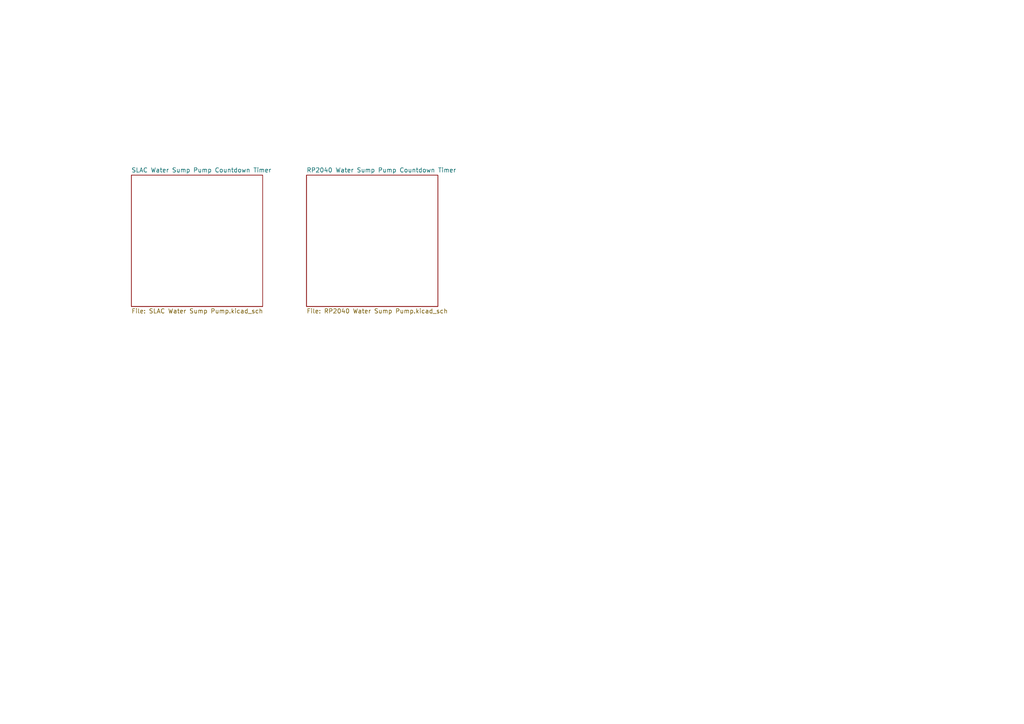
<source format=kicad_sch>
(kicad_sch
	(version 20250114)
	(generator "eeschema")
	(generator_version "9.0")
	(uuid "1867826b-4868-438f-bcc0-552e2cd00efc")
	(paper "A4")
	(title_block
		(title "Water Sump Pump Countdown Timer")
		(date "2025-07-02")
		(rev "1")
	)
	(lib_symbols)
	(sheet
		(at 88.9 50.8)
		(size 38.1 38.1)
		(exclude_from_sim no)
		(in_bom yes)
		(on_board yes)
		(dnp no)
		(fields_autoplaced yes)
		(stroke
			(width 0.1524)
			(type solid)
		)
		(fill
			(color 0 0 0 0.0000)
		)
		(uuid "b9db1313-12b1-4531-bf54-8aed2d2b7dd3")
		(property "Sheetname" "RP2040 Water Sump Pump Countdown Timer"
			(at 88.9 50.0884 0)
			(effects
				(font
					(size 1.27 1.27)
				)
				(justify left bottom)
			)
		)
		(property "Sheetfile" "RP2040 Water Sump Pump.kicad_sch"
			(at 88.9 89.4846 0)
			(effects
				(font
					(size 1.27 1.27)
				)
				(justify left top)
			)
		)
		(instances
			(project "water sump pump"
				(path "/1867826b-4868-438f-bcc0-552e2cd00efc"
					(page "3")
				)
			)
		)
	)
	(sheet
		(at 38.1 50.8)
		(size 38.1 38.1)
		(exclude_from_sim no)
		(in_bom yes)
		(on_board yes)
		(dnp no)
		(fields_autoplaced yes)
		(stroke
			(width 0.1524)
			(type solid)
		)
		(fill
			(color 0 0 0 0.0000)
		)
		(uuid "e0977383-603b-4146-b5a2-959713bc6d17")
		(property "Sheetname" "SLAC Water Sump Pump Countdown Timer"
			(at 38.1 50.0884 0)
			(effects
				(font
					(size 1.27 1.27)
				)
				(justify left bottom)
			)
		)
		(property "Sheetfile" "SLAC Water Sump Pump.kicad_sch"
			(at 38.1 89.4846 0)
			(effects
				(font
					(size 1.27 1.27)
				)
				(justify left top)
			)
		)
		(instances
			(project "water sump pump"
				(path "/1867826b-4868-438f-bcc0-552e2cd00efc"
					(page "2")
				)
			)
		)
	)
	(sheet_instances
		(path "/"
			(page "1")
		)
	)
	(embedded_fonts no)
)

</source>
